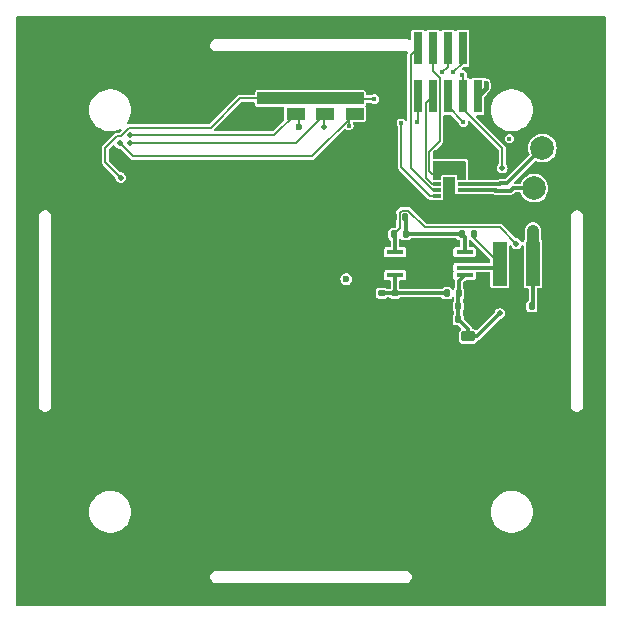
<source format=gbl>
G04 #@! TF.GenerationSoftware,KiCad,Pcbnew,7.0.2*
G04 #@! TF.CreationDate,2023-06-06T15:17:54-04:00*
G04 #@! TF.ProjectId,TopExternalFaceRev1,546f7045-7874-4657-926e-616c46616365,rev?*
G04 #@! TF.SameCoordinates,Original*
G04 #@! TF.FileFunction,Copper,L4,Bot*
G04 #@! TF.FilePolarity,Positive*
%FSLAX46Y46*%
G04 Gerber Fmt 4.6, Leading zero omitted, Abs format (unit mm)*
G04 Created by KiCad (PCBNEW 7.0.2) date 2023-06-06 15:17:54*
%MOMM*%
%LPD*%
G01*
G04 APERTURE LIST*
G04 Aperture macros list*
%AMRoundRect*
0 Rectangle with rounded corners*
0 $1 Rounding radius*
0 $2 $3 $4 $5 $6 $7 $8 $9 X,Y pos of 4 corners*
0 Add a 4 corners polygon primitive as box body*
4,1,4,$2,$3,$4,$5,$6,$7,$8,$9,$2,$3,0*
0 Add four circle primitives for the rounded corners*
1,1,$1+$1,$2,$3*
1,1,$1+$1,$4,$5*
1,1,$1+$1,$6,$7*
1,1,$1+$1,$8,$9*
0 Add four rect primitives between the rounded corners*
20,1,$1+$1,$2,$3,$4,$5,0*
20,1,$1+$1,$4,$5,$6,$7,0*
20,1,$1+$1,$6,$7,$8,$9,0*
20,1,$1+$1,$8,$9,$2,$3,0*%
G04 Aperture macros list end*
G04 #@! TA.AperFunction,SMDPad,CuDef*
%ADD10RoundRect,0.140000X-0.170000X0.140000X-0.170000X-0.140000X0.170000X-0.140000X0.170000X0.140000X0*%
G04 #@! TD*
G04 #@! TA.AperFunction,SMDPad,CuDef*
%ADD11R,1.500000X1.000000*%
G04 #@! TD*
G04 #@! TA.AperFunction,SMDPad,CuDef*
%ADD12C,2.000000*%
G04 #@! TD*
G04 #@! TA.AperFunction,SMDPad,CuDef*
%ADD13RoundRect,0.135000X-0.135000X-0.185000X0.135000X-0.185000X0.135000X0.185000X-0.135000X0.185000X0*%
G04 #@! TD*
G04 #@! TA.AperFunction,SMDPad,CuDef*
%ADD14R,0.740000X2.790000*%
G04 #@! TD*
G04 #@! TA.AperFunction,SMDPad,CuDef*
%ADD15RoundRect,0.140000X0.140000X0.170000X-0.140000X0.170000X-0.140000X-0.170000X0.140000X-0.170000X0*%
G04 #@! TD*
G04 #@! TA.AperFunction,SMDPad,CuDef*
%ADD16R,1.200000X3.700000*%
G04 #@! TD*
G04 #@! TA.AperFunction,SMDPad,CuDef*
%ADD17RoundRect,0.140000X0.170000X-0.140000X0.170000X0.140000X-0.170000X0.140000X-0.170000X-0.140000X0*%
G04 #@! TD*
G04 #@! TA.AperFunction,SMDPad,CuDef*
%ADD18RoundRect,0.135000X0.135000X0.185000X-0.135000X0.185000X-0.135000X-0.185000X0.135000X-0.185000X0*%
G04 #@! TD*
G04 #@! TA.AperFunction,SMDPad,CuDef*
%ADD19RoundRect,0.140000X-0.140000X-0.170000X0.140000X-0.170000X0.140000X0.170000X-0.140000X0.170000X0*%
G04 #@! TD*
G04 #@! TA.AperFunction,SMDPad,CuDef*
%ADD20R,0.700000X0.300000*%
G04 #@! TD*
G04 #@! TA.AperFunction,SMDPad,CuDef*
%ADD21R,1.000000X1.700000*%
G04 #@! TD*
G04 #@! TA.AperFunction,SMDPad,CuDef*
%ADD22RoundRect,0.135000X-0.185000X0.135000X-0.185000X-0.135000X0.185000X-0.135000X0.185000X0.135000X0*%
G04 #@! TD*
G04 #@! TA.AperFunction,SMDPad,CuDef*
%ADD23R,1.475000X0.450000*%
G04 #@! TD*
G04 #@! TA.AperFunction,SMDPad,CuDef*
%ADD24RoundRect,0.225000X-0.375000X0.225000X-0.375000X-0.225000X0.375000X-0.225000X0.375000X0.225000X0*%
G04 #@! TD*
G04 #@! TA.AperFunction,ViaPad*
%ADD25C,0.600000*%
G04 #@! TD*
G04 #@! TA.AperFunction,ViaPad*
%ADD26C,0.400000*%
G04 #@! TD*
G04 #@! TA.AperFunction,ViaPad*
%ADD27C,0.500000*%
G04 #@! TD*
G04 #@! TA.AperFunction,Conductor*
%ADD28C,0.200000*%
G04 #@! TD*
G04 #@! TA.AperFunction,Conductor*
%ADD29C,0.300000*%
G04 #@! TD*
G04 #@! TA.AperFunction,Conductor*
%ADD30C,1.000000*%
G04 #@! TD*
G04 #@! TA.AperFunction,Conductor*
%ADD31C,0.400000*%
G04 #@! TD*
G04 APERTURE END LIST*
D10*
X132100000Y-123500000D03*
X132100000Y-124460000D03*
D11*
X121200000Y-107000000D03*
X121200000Y-108300000D03*
D12*
X143900000Y-114600000D03*
X144600000Y-111200000D03*
D13*
X137800000Y-118500000D03*
X138820000Y-118500000D03*
D14*
X134030000Y-102765000D03*
X134030000Y-106835000D03*
X135300000Y-102765000D03*
X135300000Y-106835000D03*
X136570000Y-102765000D03*
X136570000Y-106835000D03*
X137840000Y-102765000D03*
X137840000Y-106835000D03*
X139110000Y-102765000D03*
X139110000Y-106835000D03*
D10*
X137700000Y-111640000D03*
X137700000Y-112600000D03*
D15*
X137480000Y-125700000D03*
X136520000Y-125700000D03*
D11*
X126200000Y-107000000D03*
X126200000Y-108300000D03*
D16*
X141000000Y-121000000D03*
X143800000Y-121000000D03*
D17*
X135700000Y-112600000D03*
X135700000Y-111640000D03*
D18*
X137520000Y-123500000D03*
X136500000Y-123500000D03*
D11*
X128700000Y-107000000D03*
X128700000Y-108300000D03*
D15*
X143680000Y-124600000D03*
X142720000Y-124600000D03*
X137480000Y-124600000D03*
X136520000Y-124600000D03*
D19*
X132020000Y-117000000D03*
X132980000Y-117000000D03*
D17*
X136700000Y-112600000D03*
X136700000Y-111640000D03*
D20*
X137750000Y-113762500D03*
X137750000Y-114262500D03*
X137750000Y-114762500D03*
X137750000Y-115262500D03*
X135650000Y-115262500D03*
X135650000Y-114762500D03*
X135650000Y-114262500D03*
X135650000Y-113762500D03*
D21*
X136700000Y-114512500D03*
D18*
X133010000Y-118500000D03*
X131990000Y-118500000D03*
D22*
X131000000Y-123490000D03*
X131000000Y-124510000D03*
D11*
X123700000Y-107000000D03*
X123700000Y-108300000D03*
D23*
X138000000Y-120025000D03*
X138000000Y-120675000D03*
X138000000Y-121325000D03*
X138000000Y-121975000D03*
X132124000Y-121975000D03*
X132124000Y-121325000D03*
X132124000Y-120675000D03*
X132124000Y-120025000D03*
D24*
X138300000Y-127150000D03*
X138300000Y-130450000D03*
D25*
X131200000Y-107700000D03*
X144500000Y-127600000D03*
X118700000Y-109100000D03*
X109600000Y-115400000D03*
X122500000Y-122300000D03*
X122500000Y-127900000D03*
X114200000Y-103000000D03*
X147000000Y-147000000D03*
X128100000Y-127900000D03*
X147000000Y-103000000D03*
X148900000Y-108900000D03*
X103000000Y-147000000D03*
X113500000Y-147000000D03*
X103000000Y-103000000D03*
X146000000Y-122200000D03*
X144300000Y-109200000D03*
X143800000Y-118200000D03*
D26*
X139800000Y-105700000D03*
D27*
X141000000Y-125200000D03*
D25*
X124000000Y-109400000D03*
D26*
X141800000Y-110400000D03*
X137000000Y-104800000D03*
D27*
X109700000Y-110100000D03*
D26*
X140700000Y-114800000D03*
D25*
X128000000Y-122300000D03*
D26*
X141100000Y-114200000D03*
X132650000Y-109100000D03*
X134000000Y-109000000D03*
X137800000Y-105000000D03*
X128200000Y-109300000D03*
D27*
X108800000Y-110800000D03*
X141200000Y-112900000D03*
X108900000Y-113700000D03*
D26*
X130350000Y-107050000D03*
D27*
X126100000Y-109400000D03*
D26*
X136100000Y-104800000D03*
D27*
X109700000Y-110800000D03*
D26*
X137900000Y-109000000D03*
D27*
X142400000Y-119300000D03*
D28*
X135000000Y-111500000D02*
X135000000Y-113112500D01*
X135000000Y-113112500D02*
X135650000Y-113762500D01*
X135900000Y-110600000D02*
X135000000Y-111500000D01*
X135300000Y-104690000D02*
X135900000Y-105290000D01*
X135900000Y-105290000D02*
X135900000Y-110600000D01*
X135300000Y-102765000D02*
X135300000Y-104690000D01*
D29*
X143800000Y-124480000D02*
X143800000Y-121000000D01*
D30*
X143800000Y-118200000D02*
X143800000Y-121000000D01*
D29*
X143680000Y-124600000D02*
X143800000Y-124480000D01*
D31*
X139800000Y-106145000D02*
X139110000Y-106835000D01*
D29*
X137520000Y-123500000D02*
X137520000Y-122455000D01*
X139050000Y-127150000D02*
X141000000Y-125200000D01*
X138300000Y-127150000D02*
X138300000Y-126520000D01*
X138300000Y-127150000D02*
X139050000Y-127150000D01*
X137520000Y-122455000D02*
X138000000Y-121975000D01*
D31*
X139800000Y-105700000D02*
X139800000Y-106145000D01*
D29*
X137480000Y-125700000D02*
X137480000Y-124600000D01*
X137480000Y-123540000D02*
X137520000Y-123500000D01*
X137480000Y-124600000D02*
X137480000Y-123540000D01*
X138300000Y-126520000D02*
X137480000Y-125700000D01*
D28*
X121900000Y-110100000D02*
X123700000Y-108300000D01*
X109700000Y-110100000D02*
X121900000Y-110100000D01*
X124000000Y-108600000D02*
X123700000Y-108300000D01*
X124000000Y-109400000D02*
X124000000Y-108600000D01*
X137840000Y-102765000D02*
X137840000Y-103960000D01*
X137840000Y-103960000D02*
X137000000Y-104800000D01*
D29*
X133010000Y-118500000D02*
X133010000Y-117030000D01*
X138000000Y-118700000D02*
X137800000Y-118500000D01*
X138000000Y-120025000D02*
X138000000Y-118700000D01*
X133010000Y-117030000D02*
X132980000Y-117000000D01*
X133010000Y-118500000D02*
X137800000Y-118500000D01*
X131000000Y-123490000D02*
X132090000Y-123490000D01*
X132090000Y-123490000D02*
X132100000Y-123500000D01*
X132124000Y-121975000D02*
X132124000Y-123476000D01*
X132100000Y-123500000D02*
X136500000Y-123500000D01*
X132124000Y-123476000D02*
X132100000Y-123500000D01*
X142100000Y-114600000D02*
X141900000Y-114800000D01*
X141900000Y-114800000D02*
X140700000Y-114800000D01*
X137750000Y-114262500D02*
X141037500Y-114262500D01*
X143900000Y-114600000D02*
X142100000Y-114600000D01*
X137750000Y-114762500D02*
X140662500Y-114762500D01*
X140662500Y-114762500D02*
X140700000Y-114800000D01*
X141600000Y-114200000D02*
X141100000Y-114200000D01*
X141037500Y-114262500D02*
X141100000Y-114200000D01*
X144600000Y-111200000D02*
X141600000Y-114200000D01*
D28*
X132650000Y-109100000D02*
X132650000Y-112812500D01*
X134030000Y-106835000D02*
X134030000Y-108970000D01*
X134030000Y-108970000D02*
X134000000Y-109000000D01*
X135100000Y-115262500D02*
X135650000Y-115262500D01*
X132650000Y-112812500D02*
X135100000Y-115262500D01*
X133470000Y-112872622D02*
X133470000Y-103325000D01*
X133470000Y-103325000D02*
X134030000Y-102765000D01*
X135650000Y-114762500D02*
X135359878Y-114762500D01*
X135359878Y-114762500D02*
X133470000Y-112872622D01*
X135650000Y-114262500D02*
X135270000Y-114262500D01*
X134710499Y-113702999D02*
X134710499Y-107424501D01*
X135270000Y-114262500D02*
X134710499Y-113702999D01*
X134710499Y-107424501D02*
X135300000Y-106835000D01*
X137840000Y-106835000D02*
X137840000Y-107860000D01*
X109900000Y-111900000D02*
X125100000Y-111900000D01*
X125100000Y-111900000D02*
X128700000Y-108300000D01*
X137937500Y-106200000D02*
X137700000Y-106437500D01*
X137840000Y-105040000D02*
X137800000Y-105000000D01*
X137840000Y-107860000D02*
X141200000Y-111220000D01*
X108800000Y-110800000D02*
X109900000Y-111900000D01*
X141200000Y-111220000D02*
X141200000Y-112900000D01*
X128200000Y-109300000D02*
X128200000Y-108800000D01*
X128200000Y-108800000D02*
X128700000Y-108300000D01*
X137840000Y-106835000D02*
X137840000Y-105040000D01*
X108600000Y-110200000D02*
X108900000Y-110200000D01*
D30*
X123700000Y-107000000D02*
X126200000Y-107000000D01*
D28*
X107600000Y-111200000D02*
X108600000Y-110200000D01*
X116500000Y-109500000D02*
X119000000Y-107000000D01*
X108900000Y-113700000D02*
X107600000Y-112400000D01*
X107600000Y-112400000D02*
X107600000Y-111200000D01*
X128750000Y-107050000D02*
X128700000Y-107000000D01*
X130350000Y-107050000D02*
X128750000Y-107050000D01*
X119000000Y-107000000D02*
X121200000Y-107000000D01*
X109600000Y-109500000D02*
X116500000Y-109500000D01*
X108900000Y-110200000D02*
X109600000Y-109500000D01*
D30*
X121200000Y-107000000D02*
X123700000Y-107000000D01*
X126200000Y-107000000D02*
X128700000Y-107000000D01*
D28*
X109700000Y-110800000D02*
X123700000Y-110800000D01*
X126100000Y-109400000D02*
X126100000Y-108400000D01*
X123700000Y-110800000D02*
X126200000Y-108300000D01*
X136570000Y-104330000D02*
X136100000Y-104800000D01*
X126100000Y-108400000D02*
X126200000Y-108300000D01*
X136570000Y-102765000D02*
X136570000Y-104330000D01*
D29*
X138000000Y-121325000D02*
X140675000Y-121325000D01*
D28*
X138820000Y-118820000D02*
X141000000Y-121000000D01*
X138820000Y-118500000D02*
X138820000Y-118820000D01*
D29*
X140675000Y-121325000D02*
X141000000Y-121000000D01*
X132124000Y-118634000D02*
X131990000Y-118500000D01*
D28*
X134656690Y-117900000D02*
X133256690Y-116500000D01*
X142400000Y-119300000D02*
X141000000Y-117900000D01*
X132500000Y-116703310D02*
X132500000Y-117990000D01*
X136570000Y-107670000D02*
X137900000Y-109000000D01*
X136570000Y-106835000D02*
X136570000Y-107670000D01*
D29*
X132124000Y-120025000D02*
X132124000Y-118634000D01*
D28*
X132500000Y-117990000D02*
X131990000Y-118500000D01*
X133256690Y-116500000D02*
X132703310Y-116500000D01*
X132703310Y-116500000D02*
X132500000Y-116703310D01*
X141000000Y-117900000D02*
X134656690Y-117900000D01*
G04 #@! TA.AperFunction,Conductor*
G36*
X120208691Y-107319407D02*
G01*
X120244655Y-107368907D01*
X120249500Y-107399500D01*
X120249500Y-107519746D01*
X120261133Y-107578231D01*
X120305447Y-107644552D01*
X120349761Y-107674162D01*
X120371769Y-107688867D01*
X120430252Y-107700500D01*
X121157628Y-107700500D01*
X122650500Y-107700500D01*
X122708691Y-107719407D01*
X122744655Y-107768907D01*
X122749500Y-107799500D01*
X122749500Y-108784520D01*
X122730593Y-108842711D01*
X122720504Y-108854524D01*
X121804525Y-109770504D01*
X121750008Y-109798281D01*
X121734521Y-109799500D01*
X116864478Y-109799500D01*
X116806287Y-109780593D01*
X116770323Y-109731093D01*
X116770323Y-109669907D01*
X116794474Y-109630496D01*
X117926064Y-108498907D01*
X119095474Y-107329496D01*
X119149992Y-107301719D01*
X119165479Y-107300500D01*
X120150500Y-107300500D01*
X120208691Y-107319407D01*
G37*
G04 #@! TD.AperFunction*
G04 #@! TA.AperFunction,Conductor*
G36*
X149933691Y-100044407D02*
G01*
X149969655Y-100093907D01*
X149974500Y-100124500D01*
X149974500Y-149875500D01*
X149955593Y-149933691D01*
X149906093Y-149969655D01*
X149875500Y-149974500D01*
X100124500Y-149974500D01*
X100066309Y-149955593D01*
X100030345Y-149906093D01*
X100025500Y-149875500D01*
X100025500Y-147569182D01*
X116474499Y-147569182D01*
X116488869Y-147622810D01*
X116510312Y-147702836D01*
X116579495Y-147822665D01*
X116677335Y-147920505D01*
X116797164Y-147989688D01*
X116930817Y-148025500D01*
X116930818Y-148025500D01*
X133069182Y-148025500D01*
X133069183Y-148025500D01*
X133202836Y-147989688D01*
X133322665Y-147920505D01*
X133420505Y-147822665D01*
X133489688Y-147702836D01*
X133525500Y-147569183D01*
X133525500Y-147430817D01*
X133489688Y-147297164D01*
X133420505Y-147177335D01*
X133322665Y-147079495D01*
X133202836Y-147010312D01*
X133069183Y-146974500D01*
X133005072Y-146974500D01*
X125005072Y-146974500D01*
X117008285Y-146974500D01*
X117000000Y-146974500D01*
X116930817Y-146974500D01*
X116797163Y-147010311D01*
X116797164Y-147010312D01*
X116677336Y-147079494D01*
X116579494Y-147177336D01*
X116510312Y-147297164D01*
X116474499Y-147430817D01*
X116474499Y-147569182D01*
X100025500Y-147569182D01*
X100025500Y-142000000D01*
X106219520Y-142000000D01*
X106239406Y-142265364D01*
X106298622Y-142524803D01*
X106298623Y-142524805D01*
X106395844Y-142772521D01*
X106510692Y-142971445D01*
X106528900Y-143002981D01*
X106694817Y-143211034D01*
X106842721Y-143348268D01*
X106889890Y-143392035D01*
X107109761Y-143541940D01*
X107349518Y-143657401D01*
X107603806Y-143735839D01*
X107603807Y-143735839D01*
X107603810Y-143735840D01*
X107866943Y-143775500D01*
X107866945Y-143775500D01*
X108133057Y-143775500D01*
X108396189Y-143735840D01*
X108396190Y-143735839D01*
X108396194Y-143735839D01*
X108650482Y-143657401D01*
X108890240Y-143541940D01*
X109110110Y-143392035D01*
X109305183Y-143211033D01*
X109471101Y-143002980D01*
X109604156Y-142772521D01*
X109701377Y-142524805D01*
X109760593Y-142265367D01*
X109780479Y-142000000D01*
X109780479Y-141999999D01*
X140219520Y-141999999D01*
X140239406Y-142265364D01*
X140298622Y-142524803D01*
X140298623Y-142524805D01*
X140395844Y-142772521D01*
X140510692Y-142971445D01*
X140528900Y-143002981D01*
X140694817Y-143211034D01*
X140842721Y-143348268D01*
X140889890Y-143392035D01*
X141109761Y-143541940D01*
X141349518Y-143657401D01*
X141603806Y-143735839D01*
X141603807Y-143735839D01*
X141603810Y-143735840D01*
X141866943Y-143775500D01*
X141866945Y-143775500D01*
X142133057Y-143775500D01*
X142396189Y-143735840D01*
X142396190Y-143735839D01*
X142396194Y-143735839D01*
X142650482Y-143657401D01*
X142890240Y-143541940D01*
X143110110Y-143392035D01*
X143305183Y-143211033D01*
X143471101Y-143002980D01*
X143604156Y-142772521D01*
X143701377Y-142524805D01*
X143760593Y-142265367D01*
X143780479Y-142000000D01*
X143760593Y-141734633D01*
X143701377Y-141475195D01*
X143604156Y-141227479D01*
X143471101Y-140997020D01*
X143335547Y-140827042D01*
X143305182Y-140788965D01*
X143110113Y-140607968D01*
X143110110Y-140607965D01*
X142890240Y-140458060D01*
X142650482Y-140342599D01*
X142534620Y-140306860D01*
X142396189Y-140264159D01*
X142133057Y-140224500D01*
X142133055Y-140224500D01*
X141866945Y-140224500D01*
X141866943Y-140224500D01*
X141603810Y-140264159D01*
X141349515Y-140342600D01*
X141109764Y-140458058D01*
X140889886Y-140607968D01*
X140694817Y-140788965D01*
X140528900Y-140997018D01*
X140395844Y-141227478D01*
X140298622Y-141475196D01*
X140239406Y-141734635D01*
X140219520Y-141999999D01*
X109780479Y-141999999D01*
X109760593Y-141734633D01*
X109701377Y-141475195D01*
X109604156Y-141227479D01*
X109471101Y-140997020D01*
X109335547Y-140827042D01*
X109305182Y-140788965D01*
X109110113Y-140607968D01*
X109110110Y-140607965D01*
X108890240Y-140458060D01*
X108650482Y-140342599D01*
X108534620Y-140306860D01*
X108396189Y-140264159D01*
X108133057Y-140224500D01*
X108133055Y-140224500D01*
X107866945Y-140224500D01*
X107866943Y-140224500D01*
X107603810Y-140264159D01*
X107349515Y-140342600D01*
X107109764Y-140458058D01*
X106889886Y-140607968D01*
X106694817Y-140788965D01*
X106528900Y-140997018D01*
X106395844Y-141227478D01*
X106298622Y-141475196D01*
X106239406Y-141734635D01*
X106219520Y-142000000D01*
X100025500Y-142000000D01*
X100025500Y-117035922D01*
X101974498Y-117035922D01*
X101974499Y-117035935D01*
X101974499Y-125014616D01*
X101974500Y-125014621D01*
X101974500Y-132991714D01*
X101974500Y-132991715D01*
X101974500Y-133000000D01*
X101974500Y-133069183D01*
X102010312Y-133202836D01*
X102079495Y-133322665D01*
X102177335Y-133420505D01*
X102297164Y-133489688D01*
X102430817Y-133525500D01*
X102430818Y-133525500D01*
X102569182Y-133525500D01*
X102569183Y-133525500D01*
X102702836Y-133489688D01*
X102822665Y-133420505D01*
X102920505Y-133322665D01*
X102989688Y-133202836D01*
X103025500Y-133069183D01*
X146974500Y-133069183D01*
X147010312Y-133202836D01*
X147079495Y-133322665D01*
X147177335Y-133420505D01*
X147297164Y-133489688D01*
X147430817Y-133525500D01*
X147430818Y-133525500D01*
X147569182Y-133525500D01*
X147569183Y-133525500D01*
X147702836Y-133489688D01*
X147822665Y-133420505D01*
X147920505Y-133322665D01*
X147989688Y-133202836D01*
X148025500Y-133069183D01*
X148025500Y-133000000D01*
X148025500Y-132991715D01*
X148025500Y-124994928D01*
X148025500Y-124994927D01*
X148025500Y-116994928D01*
X148025500Y-116930817D01*
X147989688Y-116797164D01*
X147920505Y-116677335D01*
X147822665Y-116579495D01*
X147702836Y-116510312D01*
X147569183Y-116474500D01*
X147430817Y-116474500D01*
X147351578Y-116495732D01*
X147297164Y-116510312D01*
X147177336Y-116579494D01*
X147079494Y-116677336D01*
X147030181Y-116762750D01*
X147010312Y-116797164D01*
X146974500Y-116930817D01*
X146974500Y-116994928D01*
X146974500Y-124994927D01*
X146974500Y-124994928D01*
X146974500Y-132991714D01*
X146974500Y-132991715D01*
X146974500Y-133000000D01*
X146974500Y-133069183D01*
X103025500Y-133069183D01*
X103025500Y-133000000D01*
X103025500Y-132991715D01*
X103025500Y-124994928D01*
X103025500Y-123664316D01*
X130479500Y-123664316D01*
X130479923Y-123667529D01*
X130485932Y-123713174D01*
X130535933Y-123820401D01*
X130535934Y-123820402D01*
X130535935Y-123820404D01*
X130619596Y-123904065D01*
X130726827Y-123954068D01*
X130775684Y-123960500D01*
X130778925Y-123960500D01*
X131221075Y-123960500D01*
X131224316Y-123960500D01*
X131273173Y-123954068D01*
X131380404Y-123904065D01*
X131404973Y-123879496D01*
X131414974Y-123869496D01*
X131469491Y-123841719D01*
X131484977Y-123840500D01*
X131607952Y-123840500D01*
X131666143Y-123859407D01*
X131677955Y-123869496D01*
X131705431Y-123896971D01*
X131731684Y-123923224D01*
X131840513Y-123973972D01*
X131890099Y-123980500D01*
X132309900Y-123980499D01*
X132359487Y-123973972D01*
X132468316Y-123923224D01*
X132495315Y-123896225D01*
X132512045Y-123879496D01*
X132566562Y-123851719D01*
X132582048Y-123850500D01*
X136015023Y-123850500D01*
X136073214Y-123869407D01*
X136085026Y-123879496D01*
X136128754Y-123923223D01*
X136169596Y-123964065D01*
X136276827Y-124014068D01*
X136325684Y-124020500D01*
X136328925Y-124020500D01*
X136671075Y-124020500D01*
X136674316Y-124020500D01*
X136723173Y-124014068D01*
X136830404Y-123964065D01*
X136914065Y-123880404D01*
X136920276Y-123867083D01*
X136962003Y-123822337D01*
X137022064Y-123810662D01*
X137077517Y-123836520D01*
X137099722Y-123867081D01*
X137105935Y-123880404D01*
X137105936Y-123880405D01*
X137113313Y-123896225D01*
X137111712Y-123896971D01*
X137128281Y-123929489D01*
X137129500Y-123944976D01*
X137129500Y-124117952D01*
X137110593Y-124176143D01*
X137100504Y-124187955D01*
X137056775Y-124231684D01*
X137006028Y-124340511D01*
X137006027Y-124340513D01*
X137006028Y-124340513D01*
X136999500Y-124390099D01*
X136999500Y-124393338D01*
X136999500Y-124393339D01*
X136999500Y-124806657D01*
X136999500Y-124806672D01*
X136999501Y-124809900D01*
X136999923Y-124813108D01*
X136999924Y-124813119D01*
X137006027Y-124859486D01*
X137056775Y-124968315D01*
X137056776Y-124968316D01*
X137083388Y-124994928D01*
X137100503Y-125012042D01*
X137128281Y-125066558D01*
X137129500Y-125082046D01*
X137129500Y-125217952D01*
X137110593Y-125276143D01*
X137100504Y-125287955D01*
X137056775Y-125331684D01*
X137006028Y-125440511D01*
X137006027Y-125440513D01*
X137006028Y-125440513D01*
X136999500Y-125490099D01*
X136999500Y-125493338D01*
X136999500Y-125493339D01*
X136999500Y-125906657D01*
X136999500Y-125906672D01*
X136999501Y-125909900D01*
X136999923Y-125913108D01*
X136999924Y-125913119D01*
X137006027Y-125959486D01*
X137056775Y-126068314D01*
X137056776Y-126068316D01*
X137141684Y-126153224D01*
X137250513Y-126203972D01*
X137300099Y-126210500D01*
X137453808Y-126210499D01*
X137511999Y-126229406D01*
X137523813Y-126239495D01*
X137700639Y-126416321D01*
X137728416Y-126470838D01*
X137718845Y-126531270D01*
X137675585Y-126574532D01*
X137671784Y-126576468D01*
X137576471Y-126671781D01*
X137515280Y-126791875D01*
X137499500Y-126891511D01*
X137499500Y-127408488D01*
X137515280Y-127508124D01*
X137515280Y-127508125D01*
X137515281Y-127508126D01*
X137576472Y-127628220D01*
X137671780Y-127723528D01*
X137791874Y-127784719D01*
X137891512Y-127800500D01*
X138708488Y-127800500D01*
X138808126Y-127784719D01*
X138928220Y-127723528D01*
X139023528Y-127628220D01*
X139065903Y-127545053D01*
X139109167Y-127501790D01*
X139141866Y-127491760D01*
X139151393Y-127490573D01*
X139151393Y-127490572D01*
X139156822Y-127489896D01*
X139160572Y-127488694D01*
X139165379Y-127486092D01*
X139165381Y-127486092D01*
X139208655Y-127462671D01*
X139212259Y-127460816D01*
X139256484Y-127439198D01*
X139256485Y-127439196D01*
X139261398Y-127436795D01*
X139264550Y-127434444D01*
X139268254Y-127430420D01*
X139268258Y-127430418D01*
X139301602Y-127394195D01*
X139304364Y-127391316D01*
X141019174Y-125676507D01*
X141061286Y-125651523D01*
X141064770Y-125650500D01*
X141064772Y-125650500D01*
X141189069Y-125614004D01*
X141298049Y-125543967D01*
X141382882Y-125446063D01*
X141382881Y-125446063D01*
X141382883Y-125446062D01*
X141436697Y-125328227D01*
X141455133Y-125200000D01*
X141436697Y-125071772D01*
X141382883Y-124953937D01*
X141298050Y-124856034D01*
X141298049Y-124856033D01*
X141226266Y-124809901D01*
X141189068Y-124785995D01*
X141064772Y-124749500D01*
X140935228Y-124749500D01*
X140810931Y-124785995D01*
X140701949Y-124856034D01*
X140617116Y-124953937D01*
X140563302Y-125071772D01*
X140556365Y-125120024D01*
X140529369Y-125174932D01*
X140528377Y-125175939D01*
X139098036Y-126606281D01*
X139043519Y-126634058D01*
X138983087Y-126624487D01*
X138958031Y-126606283D01*
X138928220Y-126576472D01*
X138808126Y-126515281D01*
X138808125Y-126515280D01*
X138808124Y-126515280D01*
X138723033Y-126501803D01*
X138668517Y-126474025D01*
X138647842Y-126433447D01*
X138647831Y-126433453D01*
X138647495Y-126432765D01*
X138640740Y-126419508D01*
X138640281Y-126416268D01*
X138639896Y-126413182D01*
X138638693Y-126409426D01*
X138612686Y-126361370D01*
X138610813Y-126357731D01*
X138598978Y-126333523D01*
X138589198Y-126313516D01*
X138589196Y-126313514D01*
X138586801Y-126308614D01*
X138584436Y-126305441D01*
X138580418Y-126301742D01*
X138544221Y-126268420D01*
X138541294Y-126265612D01*
X137989495Y-125713813D01*
X137961718Y-125659296D01*
X137960499Y-125643809D01*
X137960499Y-125493342D01*
X137960499Y-125493339D01*
X137960499Y-125490100D01*
X137953972Y-125440513D01*
X137903224Y-125331684D01*
X137899766Y-125328226D01*
X137859496Y-125287955D01*
X137831719Y-125233438D01*
X137830500Y-125217952D01*
X137830500Y-125082046D01*
X137849407Y-125023855D01*
X137859497Y-125012042D01*
X137903224Y-124968316D01*
X137953972Y-124859487D01*
X137960500Y-124809901D01*
X137960499Y-124390100D01*
X137953972Y-124340513D01*
X137903224Y-124231684D01*
X137903223Y-124231683D01*
X137859496Y-124187955D01*
X137831719Y-124133438D01*
X137830500Y-124117952D01*
X137830500Y-124024976D01*
X137849407Y-123966785D01*
X137859490Y-123954978D01*
X137934065Y-123880404D01*
X137984068Y-123773173D01*
X137990500Y-123724316D01*
X137990500Y-123275684D01*
X137984068Y-123226827D01*
X137934065Y-123119596D01*
X137924973Y-123110504D01*
X137899496Y-123085026D01*
X137871719Y-123030509D01*
X137870500Y-123015023D01*
X137870500Y-122641188D01*
X137889407Y-122582997D01*
X137899497Y-122571184D01*
X138041186Y-122429496D01*
X138095702Y-122401719D01*
X138111189Y-122400500D01*
X138757247Y-122400500D01*
X138757248Y-122400500D01*
X138815731Y-122388867D01*
X138882052Y-122344552D01*
X138926367Y-122278231D01*
X138938000Y-122219748D01*
X138938000Y-121774499D01*
X138956907Y-121716309D01*
X139006407Y-121680345D01*
X139037000Y-121675500D01*
X140100500Y-121675500D01*
X140158691Y-121694407D01*
X140194655Y-121743907D01*
X140199500Y-121774500D01*
X140199500Y-122869746D01*
X140211133Y-122928231D01*
X140255447Y-122994552D01*
X140292785Y-123019500D01*
X140321769Y-123038867D01*
X140380252Y-123050500D01*
X140380253Y-123050500D01*
X141619747Y-123050500D01*
X141619748Y-123050500D01*
X141678231Y-123038867D01*
X141744552Y-122994552D01*
X141788867Y-122928231D01*
X141800500Y-122869748D01*
X141800500Y-119526832D01*
X141819407Y-119468642D01*
X141868907Y-119432678D01*
X141930093Y-119432678D01*
X141979593Y-119468642D01*
X141989553Y-119485707D01*
X142017116Y-119546062D01*
X142089568Y-119629676D01*
X142101951Y-119643967D01*
X142210931Y-119714004D01*
X142335228Y-119750500D01*
X142464772Y-119750500D01*
X142589069Y-119714004D01*
X142698049Y-119643967D01*
X142782882Y-119546063D01*
X142782881Y-119546063D01*
X142782883Y-119546062D01*
X142810447Y-119485707D01*
X142851819Y-119440629D01*
X142911785Y-119428478D01*
X142967441Y-119453896D01*
X142997528Y-119507173D01*
X142999500Y-119526833D01*
X142999500Y-122869746D01*
X143011133Y-122928231D01*
X143055447Y-122994552D01*
X143092785Y-123019500D01*
X143121769Y-123038867D01*
X143180252Y-123050500D01*
X143350500Y-123050500D01*
X143408691Y-123069407D01*
X143444655Y-123118907D01*
X143449500Y-123149500D01*
X143449500Y-124033430D01*
X143430593Y-124091621D01*
X143392340Y-124123154D01*
X143341686Y-124146774D01*
X143256774Y-124231686D01*
X143206028Y-124340511D01*
X143206027Y-124340513D01*
X143206028Y-124340513D01*
X143199500Y-124390099D01*
X143199500Y-124393338D01*
X143199500Y-124393339D01*
X143199500Y-124806657D01*
X143199500Y-124806672D01*
X143199501Y-124809900D01*
X143199923Y-124813108D01*
X143199924Y-124813119D01*
X143206027Y-124859486D01*
X143206028Y-124859488D01*
X143256776Y-124968316D01*
X143341684Y-125053224D01*
X143450513Y-125103972D01*
X143500099Y-125110500D01*
X143859900Y-125110499D01*
X143909487Y-125103972D01*
X144018316Y-125053224D01*
X144103224Y-124968316D01*
X144153972Y-124859487D01*
X144160500Y-124809901D01*
X144160499Y-124390100D01*
X144153972Y-124340513D01*
X144151984Y-124325405D01*
X144153617Y-124325190D01*
X144150500Y-124311119D01*
X144150500Y-123149500D01*
X144169407Y-123091309D01*
X144218907Y-123055345D01*
X144249500Y-123050500D01*
X144419747Y-123050500D01*
X144419748Y-123050500D01*
X144478231Y-123038867D01*
X144544552Y-122994552D01*
X144588867Y-122928231D01*
X144600500Y-122869748D01*
X144600500Y-119130252D01*
X144588867Y-119071769D01*
X144544552Y-119005448D01*
X144544495Y-119005410D01*
X144506618Y-118957359D01*
X144500500Y-118923097D01*
X144500500Y-118160615D01*
X144500500Y-118157628D01*
X144485140Y-118031128D01*
X144424818Y-117872070D01*
X144328183Y-117732071D01*
X144317013Y-117722175D01*
X144200854Y-117619266D01*
X144050223Y-117540209D01*
X143885057Y-117499500D01*
X143885056Y-117499500D01*
X143714944Y-117499500D01*
X143714943Y-117499500D01*
X143549776Y-117540209D01*
X143399145Y-117619266D01*
X143271818Y-117732069D01*
X143175182Y-117872070D01*
X143114859Y-118031129D01*
X143102111Y-118136122D01*
X143099500Y-118157628D01*
X143099500Y-118160615D01*
X143099500Y-118923097D01*
X143080593Y-118981288D01*
X143055505Y-119005409D01*
X143055448Y-119005448D01*
X143011131Y-119071770D01*
X143004155Y-119106843D01*
X142974258Y-119160226D01*
X142918693Y-119185841D01*
X142858683Y-119173903D01*
X142817151Y-119128973D01*
X142817005Y-119128653D01*
X142782883Y-119053937D01*
X142698050Y-118956034D01*
X142698049Y-118956033D01*
X142643559Y-118921014D01*
X142589068Y-118885995D01*
X142464772Y-118849500D01*
X142415479Y-118849500D01*
X142357288Y-118830593D01*
X142345475Y-118820504D01*
X141258566Y-117733595D01*
X141249145Y-117720501D01*
X141209273Y-117684152D01*
X141205967Y-117680995D01*
X141192796Y-117667825D01*
X141192697Y-117667757D01*
X141181954Y-117659247D01*
X141160934Y-117640085D01*
X141160933Y-117640084D01*
X141151762Y-117636531D01*
X141131587Y-117625896D01*
X141123481Y-117620344D01*
X141095797Y-117613832D01*
X141082704Y-117609777D01*
X141056175Y-117599500D01*
X141056173Y-117599500D01*
X141046348Y-117599500D01*
X141023682Y-117596870D01*
X141014119Y-117594621D01*
X141014118Y-117594621D01*
X140985947Y-117598551D01*
X140972269Y-117599500D01*
X134822169Y-117599500D01*
X134763978Y-117580593D01*
X134752165Y-117570504D01*
X133515256Y-116333595D01*
X133505835Y-116320501D01*
X133465963Y-116284152D01*
X133462657Y-116280995D01*
X133449486Y-116267825D01*
X133449387Y-116267757D01*
X133438644Y-116259247D01*
X133433703Y-116254743D01*
X133417623Y-116240084D01*
X133408452Y-116236531D01*
X133388277Y-116225896D01*
X133380171Y-116220344D01*
X133352487Y-116213832D01*
X133339394Y-116209777D01*
X133312865Y-116199500D01*
X133312863Y-116199500D01*
X133303038Y-116199500D01*
X133280372Y-116196870D01*
X133270809Y-116194621D01*
X133270808Y-116194621D01*
X133242637Y-116198551D01*
X133228959Y-116199500D01*
X132768476Y-116199500D01*
X132752555Y-116196902D01*
X132698669Y-116199394D01*
X132694097Y-116199500D01*
X132675464Y-116199500D01*
X132675341Y-116199523D01*
X132661730Y-116201101D01*
X132633319Y-116202414D01*
X132624326Y-116206385D01*
X132602537Y-116213132D01*
X132592875Y-116214938D01*
X132568690Y-116229912D01*
X132556569Y-116236301D01*
X132530544Y-116247792D01*
X132523594Y-116254743D01*
X132505718Y-116268903D01*
X132497358Y-116274080D01*
X132480217Y-116296777D01*
X132471220Y-116307117D01*
X132333589Y-116444748D01*
X132320497Y-116454169D01*
X132284141Y-116494047D01*
X132280989Y-116497348D01*
X132267825Y-116510513D01*
X132267754Y-116510617D01*
X132259256Y-116521344D01*
X132240083Y-116542377D01*
X132236530Y-116551548D01*
X132225895Y-116571724D01*
X132220343Y-116579829D01*
X132213830Y-116607517D01*
X132209777Y-116620606D01*
X132199500Y-116647136D01*
X132199500Y-116656963D01*
X132196870Y-116679629D01*
X132194621Y-116689189D01*
X132198551Y-116717363D01*
X132199500Y-116731040D01*
X132199500Y-117824521D01*
X132180593Y-117882712D01*
X132170504Y-117894525D01*
X132114525Y-117950504D01*
X132060008Y-117978281D01*
X132044521Y-117979500D01*
X131815684Y-117979500D01*
X131812471Y-117979922D01*
X131812470Y-117979923D01*
X131766825Y-117985932D01*
X131659598Y-118035933D01*
X131575933Y-118119598D01*
X131525932Y-118226825D01*
X131524025Y-118241309D01*
X131519500Y-118275684D01*
X131519500Y-118724316D01*
X131519923Y-118727529D01*
X131525932Y-118773174D01*
X131575933Y-118880401D01*
X131575934Y-118880402D01*
X131575935Y-118880404D01*
X131659596Y-118964065D01*
X131716340Y-118990525D01*
X131761087Y-119032253D01*
X131773500Y-119080249D01*
X131773500Y-119500500D01*
X131754593Y-119558691D01*
X131705093Y-119594655D01*
X131674500Y-119599500D01*
X131366752Y-119599500D01*
X131337510Y-119605316D01*
X131308268Y-119611133D01*
X131241947Y-119655447D01*
X131197633Y-119721768D01*
X131197632Y-119721769D01*
X131197633Y-119721769D01*
X131187139Y-119774529D01*
X131186000Y-119780253D01*
X131186000Y-120269746D01*
X131197633Y-120328231D01*
X131241947Y-120394552D01*
X131286262Y-120424162D01*
X131308269Y-120438867D01*
X131366752Y-120450500D01*
X131366753Y-120450500D01*
X132881247Y-120450500D01*
X132881248Y-120450500D01*
X132939731Y-120438867D01*
X133006052Y-120394552D01*
X133050367Y-120328231D01*
X133062000Y-120269748D01*
X133062000Y-119780252D01*
X133050367Y-119721769D01*
X133035662Y-119699761D01*
X133006052Y-119655447D01*
X132939731Y-119611133D01*
X132881248Y-119599500D01*
X132881247Y-119599500D01*
X132573500Y-119599500D01*
X132515309Y-119580593D01*
X132479345Y-119531093D01*
X132474500Y-119500500D01*
X132474500Y-119273629D01*
X132474500Y-118997972D01*
X132493406Y-118939785D01*
X132542906Y-118903821D01*
X132604091Y-118903821D01*
X132643502Y-118927972D01*
X132665031Y-118949500D01*
X132679596Y-118964065D01*
X132786827Y-119014068D01*
X132835684Y-119020500D01*
X132838925Y-119020500D01*
X133181075Y-119020500D01*
X133184316Y-119020500D01*
X133233173Y-119014068D01*
X133340404Y-118964065D01*
X133400648Y-118903821D01*
X133424974Y-118879496D01*
X133479490Y-118851719D01*
X133494977Y-118850500D01*
X137315023Y-118850500D01*
X137373214Y-118869407D01*
X137385026Y-118879496D01*
X137469596Y-118964065D01*
X137590637Y-119020508D01*
X137588815Y-119024414D01*
X137618644Y-119038641D01*
X137647841Y-119092411D01*
X137649500Y-119110456D01*
X137649500Y-119500500D01*
X137630593Y-119558691D01*
X137581093Y-119594655D01*
X137550500Y-119599500D01*
X137242752Y-119599500D01*
X137213510Y-119605316D01*
X137184268Y-119611133D01*
X137117947Y-119655447D01*
X137073633Y-119721768D01*
X137073632Y-119721769D01*
X137073633Y-119721769D01*
X137063139Y-119774529D01*
X137062000Y-119780253D01*
X137062000Y-120269746D01*
X137073633Y-120328231D01*
X137117947Y-120394552D01*
X137162262Y-120424162D01*
X137184269Y-120438867D01*
X137242752Y-120450500D01*
X137242753Y-120450500D01*
X138757247Y-120450500D01*
X138757248Y-120450500D01*
X138815731Y-120438867D01*
X138882052Y-120394552D01*
X138926367Y-120328231D01*
X138938000Y-120269748D01*
X138938000Y-119780252D01*
X138926367Y-119721769D01*
X138911662Y-119699761D01*
X138882052Y-119655447D01*
X138815731Y-119611133D01*
X138815730Y-119611133D01*
X138757248Y-119599500D01*
X138757247Y-119599500D01*
X138449500Y-119599500D01*
X138391309Y-119580593D01*
X138355345Y-119531093D01*
X138350500Y-119500500D01*
X138350500Y-119054602D01*
X138369407Y-118996411D01*
X138418907Y-118960447D01*
X138480093Y-118960447D01*
X138491328Y-118964872D01*
X138555844Y-118994956D01*
X138578856Y-119015401D01*
X138579311Y-119014799D01*
X138616772Y-119043087D01*
X138627117Y-119052088D01*
X140170504Y-120595475D01*
X140198281Y-120649992D01*
X140199500Y-120665479D01*
X140199500Y-120875500D01*
X140180593Y-120933691D01*
X140131093Y-120969655D01*
X140100500Y-120974500D01*
X138940597Y-120974500D01*
X138885595Y-120957815D01*
X138815731Y-120911133D01*
X138815730Y-120911133D01*
X138757248Y-120899500D01*
X137242752Y-120899500D01*
X137213510Y-120905316D01*
X137184268Y-120911133D01*
X137117947Y-120955447D01*
X137073633Y-121021768D01*
X137062000Y-121080253D01*
X137062000Y-121569748D01*
X137074121Y-121630687D01*
X137074121Y-121669313D01*
X137062000Y-121730251D01*
X137062000Y-122219746D01*
X137073633Y-122278231D01*
X137117947Y-122344551D01*
X137124126Y-122348680D01*
X137162005Y-122396731D01*
X137168038Y-122426901D01*
X137169415Y-122460173D01*
X137169500Y-122464267D01*
X137169500Y-123015023D01*
X137150593Y-123073214D01*
X137140504Y-123085026D01*
X137105934Y-123119595D01*
X137099724Y-123132915D01*
X137057996Y-123177663D01*
X136997934Y-123189337D01*
X136942482Y-123163479D01*
X136920276Y-123132915D01*
X136914066Y-123119598D01*
X136914065Y-123119597D01*
X136914065Y-123119596D01*
X136830404Y-123035935D01*
X136830402Y-123035934D01*
X136830401Y-123035933D01*
X136723174Y-122985932D01*
X136677529Y-122979923D01*
X136674316Y-122979500D01*
X136325684Y-122979500D01*
X136322471Y-122979922D01*
X136322470Y-122979923D01*
X136276825Y-122985932D01*
X136169596Y-123035934D01*
X136085026Y-123120504D01*
X136030510Y-123148281D01*
X136015023Y-123149500D01*
X132582047Y-123149500D01*
X132523856Y-123130593D01*
X132512052Y-123120512D01*
X132503493Y-123111952D01*
X132475718Y-123057439D01*
X132474500Y-123041964D01*
X132474500Y-122499499D01*
X132493407Y-122441309D01*
X132542907Y-122405345D01*
X132573500Y-122400500D01*
X132881247Y-122400500D01*
X132881248Y-122400500D01*
X132939731Y-122388867D01*
X133006052Y-122344552D01*
X133050367Y-122278231D01*
X133062000Y-122219748D01*
X133062000Y-121730252D01*
X133050367Y-121671769D01*
X133035662Y-121649761D01*
X133006052Y-121605447D01*
X132939731Y-121561133D01*
X132881248Y-121549500D01*
X131366752Y-121549500D01*
X131337510Y-121555316D01*
X131308268Y-121561133D01*
X131241947Y-121605447D01*
X131197633Y-121671768D01*
X131197632Y-121671769D01*
X131197633Y-121671769D01*
X131188774Y-121716309D01*
X131186000Y-121730253D01*
X131186000Y-122219746D01*
X131197633Y-122278231D01*
X131241947Y-122344552D01*
X131286261Y-122374162D01*
X131308269Y-122388867D01*
X131366752Y-122400500D01*
X131674500Y-122400500D01*
X131732691Y-122419407D01*
X131768655Y-122468907D01*
X131773500Y-122499500D01*
X131773500Y-122994207D01*
X131754593Y-123052398D01*
X131742208Y-123062616D01*
X131744026Y-123064434D01*
X131697955Y-123110504D01*
X131643438Y-123138281D01*
X131627952Y-123139500D01*
X131484977Y-123139500D01*
X131426786Y-123120593D01*
X131414974Y-123110504D01*
X131380403Y-123075934D01*
X131273174Y-123025932D01*
X131227529Y-123019923D01*
X131224316Y-123019500D01*
X130775684Y-123019500D01*
X130772471Y-123019922D01*
X130772470Y-123019923D01*
X130726825Y-123025932D01*
X130619598Y-123075933D01*
X130535933Y-123159598D01*
X130485932Y-123266825D01*
X130485931Y-123266827D01*
X130485932Y-123266827D01*
X130479500Y-123315684D01*
X130479500Y-123664316D01*
X103025500Y-123664316D01*
X103025500Y-122300000D01*
X127494352Y-122300000D01*
X127514834Y-122442455D01*
X127523866Y-122462231D01*
X127574623Y-122573373D01*
X127633385Y-122641188D01*
X127668874Y-122682145D01*
X127789945Y-122759952D01*
X127789947Y-122759953D01*
X127928039Y-122800500D01*
X128071961Y-122800500D01*
X128210053Y-122759953D01*
X128331128Y-122682143D01*
X128425377Y-122573373D01*
X128485165Y-122442457D01*
X128505647Y-122300000D01*
X128485165Y-122157543D01*
X128425377Y-122026627D01*
X128331128Y-121917857D01*
X128331127Y-121917856D01*
X128331125Y-121917854D01*
X128210054Y-121840047D01*
X128071961Y-121799500D01*
X127928039Y-121799500D01*
X127789945Y-121840047D01*
X127668874Y-121917854D01*
X127574622Y-122026628D01*
X127514834Y-122157544D01*
X127494352Y-122300000D01*
X103025500Y-122300000D01*
X103025500Y-116994928D01*
X103025500Y-116930817D01*
X102989688Y-116797164D01*
X102920505Y-116677335D01*
X102822665Y-116579495D01*
X102702836Y-116510312D01*
X102569183Y-116474500D01*
X102430817Y-116474500D01*
X102351578Y-116495732D01*
X102297164Y-116510312D01*
X102177336Y-116579494D01*
X102079494Y-116677336D01*
X102010312Y-116797164D01*
X101974499Y-116930818D01*
X101974498Y-117035922D01*
X100025500Y-117035922D01*
X100025500Y-108000000D01*
X106219520Y-108000000D01*
X106239406Y-108265364D01*
X106298622Y-108524803D01*
X106306544Y-108544987D01*
X106395844Y-108772521D01*
X106527467Y-109000500D01*
X106528900Y-109002981D01*
X106694817Y-109211034D01*
X106820931Y-109328050D01*
X106889890Y-109392035D01*
X107109761Y-109541940D01*
X107349518Y-109657401D01*
X107603806Y-109735839D01*
X107603807Y-109735839D01*
X107603810Y-109735840D01*
X107866943Y-109775500D01*
X107866945Y-109775500D01*
X108133057Y-109775500D01*
X108396188Y-109735840D01*
X108396188Y-109735839D01*
X108396194Y-109735839D01*
X108421308Y-109728092D01*
X108447517Y-109728483D01*
X108448561Y-109726897D01*
X108481203Y-109709616D01*
X108650482Y-109657401D01*
X108833705Y-109569165D01*
X108894335Y-109560953D01*
X108948215Y-109589947D01*
X108974762Y-109645073D01*
X108963837Y-109705275D01*
X108946662Y-109728365D01*
X108804525Y-109870503D01*
X108750008Y-109898281D01*
X108734521Y-109899500D01*
X108665169Y-109899500D01*
X108649243Y-109896901D01*
X108595346Y-109899394D01*
X108590773Y-109899500D01*
X108572151Y-109899500D01*
X108572022Y-109899524D01*
X108558425Y-109901100D01*
X108514964Y-109903110D01*
X108508614Y-109901366D01*
X108502604Y-109906866D01*
X108465383Y-109929911D01*
X108453259Y-109936301D01*
X108427234Y-109947792D01*
X108420284Y-109954743D01*
X108402408Y-109968903D01*
X108394048Y-109974080D01*
X108376907Y-109996777D01*
X108367910Y-110007117D01*
X107433589Y-110941438D01*
X107420497Y-110950859D01*
X107384141Y-110990737D01*
X107380989Y-110994038D01*
X107367825Y-111007203D01*
X107367754Y-111007307D01*
X107359256Y-111018034D01*
X107340083Y-111039067D01*
X107336530Y-111048238D01*
X107325895Y-111068414D01*
X107320343Y-111076519D01*
X107313830Y-111104207D01*
X107309777Y-111117296D01*
X107299500Y-111143826D01*
X107299500Y-111153653D01*
X107296870Y-111176318D01*
X107294621Y-111185881D01*
X107295497Y-111192159D01*
X107298551Y-111214053D01*
X107299500Y-111227730D01*
X107299500Y-112334834D01*
X107296902Y-112350758D01*
X107299394Y-112404641D01*
X107299500Y-112409213D01*
X107299500Y-112427845D01*
X107299521Y-112427958D01*
X107301101Y-112441578D01*
X107302414Y-112469991D01*
X107306384Y-112478982D01*
X107313132Y-112500773D01*
X107314938Y-112510432D01*
X107329911Y-112534616D01*
X107336300Y-112546736D01*
X107347794Y-112572765D01*
X107347795Y-112572766D01*
X107354743Y-112579715D01*
X107368910Y-112597600D01*
X107374081Y-112605953D01*
X107396772Y-112623087D01*
X107407117Y-112632088D01*
X108416503Y-113641475D01*
X108444280Y-113695992D01*
X108444491Y-113697390D01*
X108463302Y-113828227D01*
X108517116Y-113946062D01*
X108601949Y-114043965D01*
X108601951Y-114043967D01*
X108710931Y-114114004D01*
X108835228Y-114150500D01*
X108964772Y-114150500D01*
X109089069Y-114114004D01*
X109198049Y-114043967D01*
X109282882Y-113946063D01*
X109282881Y-113946063D01*
X109282883Y-113946062D01*
X109336697Y-113828227D01*
X109355133Y-113699999D01*
X109336697Y-113571772D01*
X109282883Y-113453937D01*
X109198050Y-113356034D01*
X109198049Y-113356033D01*
X109143559Y-113321014D01*
X109089068Y-113285995D01*
X108964772Y-113249500D01*
X108915479Y-113249500D01*
X108857288Y-113230593D01*
X108845475Y-113220504D01*
X107929496Y-112304525D01*
X107901719Y-112250008D01*
X107900500Y-112234521D01*
X107900500Y-111365479D01*
X107919407Y-111307288D01*
X107929496Y-111295476D01*
X108241612Y-110983359D01*
X108296129Y-110955581D01*
X108356561Y-110965152D01*
X108399826Y-111008417D01*
X108401670Y-111012237D01*
X108417118Y-111046064D01*
X108501949Y-111143965D01*
X108501951Y-111143967D01*
X108610931Y-111214004D01*
X108735228Y-111250500D01*
X108784521Y-111250500D01*
X108842712Y-111269407D01*
X108854525Y-111279496D01*
X109641436Y-112066407D01*
X109650857Y-112079501D01*
X109690726Y-112115847D01*
X109694031Y-112119003D01*
X109707201Y-112132173D01*
X109707295Y-112132237D01*
X109718039Y-112140746D01*
X109739067Y-112159916D01*
X109743684Y-112161704D01*
X109748225Y-112163464D01*
X109768411Y-112174103D01*
X109776519Y-112179657D01*
X109804214Y-112186170D01*
X109817290Y-112190219D01*
X109843827Y-112200500D01*
X109853653Y-112200500D01*
X109876318Y-112203129D01*
X109885881Y-112205379D01*
X109914053Y-112201448D01*
X109927730Y-112200500D01*
X125034835Y-112200500D01*
X125050755Y-112203097D01*
X125057764Y-112202772D01*
X125057765Y-112202773D01*
X125104641Y-112200606D01*
X125109214Y-112200500D01*
X125127844Y-112200500D01*
X125127951Y-112200480D01*
X125141571Y-112198898D01*
X125169992Y-112197585D01*
X125178982Y-112193615D01*
X125200772Y-112186866D01*
X125210433Y-112185061D01*
X125234623Y-112170082D01*
X125246722Y-112163704D01*
X125272765Y-112152206D01*
X125279710Y-112145259D01*
X125297597Y-112131091D01*
X125305952Y-112125919D01*
X125323095Y-112103216D01*
X125332082Y-112092887D01*
X127809287Y-109615682D01*
X127863802Y-109587907D01*
X127924234Y-109597478D01*
X127949289Y-109615681D01*
X127961658Y-109628050D01*
X128074696Y-109685646D01*
X128200000Y-109705492D01*
X128325304Y-109685646D01*
X128438342Y-109628050D01*
X128528050Y-109538342D01*
X128585646Y-109425304D01*
X128605492Y-109300000D01*
X128585646Y-109174696D01*
X128570231Y-109144444D01*
X128560661Y-109084013D01*
X128588439Y-109029496D01*
X128642955Y-109001719D01*
X128658442Y-109000500D01*
X129469747Y-109000500D01*
X129469748Y-109000500D01*
X129528231Y-108988867D01*
X129594552Y-108944552D01*
X129638867Y-108878231D01*
X129650500Y-108819748D01*
X129650500Y-107780252D01*
X129638867Y-107721769D01*
X129627663Y-107705002D01*
X129611054Y-107646115D01*
X129627664Y-107594997D01*
X129638867Y-107578231D01*
X129650500Y-107519748D01*
X129650500Y-107449499D01*
X129669407Y-107391309D01*
X129718907Y-107355345D01*
X129749500Y-107350500D01*
X130043101Y-107350500D01*
X130101292Y-107369407D01*
X130111046Y-107377738D01*
X130111657Y-107378049D01*
X130111658Y-107378050D01*
X130224696Y-107435646D01*
X130287347Y-107445568D01*
X130349999Y-107455492D01*
X130349999Y-107455491D01*
X130350000Y-107455492D01*
X130475304Y-107435646D01*
X130588342Y-107378050D01*
X130678050Y-107288342D01*
X130735646Y-107175304D01*
X130755492Y-107050000D01*
X130735646Y-106924696D01*
X130678050Y-106811658D01*
X130588342Y-106721950D01*
X130475304Y-106664354D01*
X130475303Y-106664353D01*
X130475302Y-106664353D01*
X130350000Y-106644507D01*
X130224697Y-106664353D01*
X130165227Y-106694655D01*
X130111658Y-106721950D01*
X130111657Y-106721950D01*
X130097687Y-106729069D01*
X130097400Y-106728505D01*
X130058588Y-106748281D01*
X130043101Y-106749500D01*
X129749500Y-106749500D01*
X129691309Y-106730593D01*
X129655345Y-106681093D01*
X129650500Y-106650500D01*
X129650500Y-106480253D01*
X129650500Y-106480252D01*
X129638867Y-106421769D01*
X129616337Y-106388051D01*
X129594552Y-106355447D01*
X129528231Y-106311133D01*
X129469748Y-106299500D01*
X128742372Y-106299500D01*
X126969748Y-106299500D01*
X126242372Y-106299500D01*
X124469748Y-106299500D01*
X123742372Y-106299500D01*
X121969748Y-106299500D01*
X120430252Y-106299500D01*
X120401010Y-106305316D01*
X120371768Y-106311133D01*
X120305447Y-106355447D01*
X120261133Y-106421768D01*
X120249500Y-106480253D01*
X120249500Y-106600500D01*
X120230593Y-106658691D01*
X120181093Y-106694655D01*
X120150500Y-106699500D01*
X119065166Y-106699500D01*
X119049245Y-106696902D01*
X118995359Y-106699394D01*
X118990787Y-106699500D01*
X118972154Y-106699500D01*
X118972031Y-106699523D01*
X118958420Y-106701101D01*
X118930009Y-106702414D01*
X118921016Y-106706385D01*
X118899227Y-106713132D01*
X118889565Y-106714938D01*
X118865380Y-106729912D01*
X118853259Y-106736301D01*
X118827234Y-106747792D01*
X118820284Y-106754743D01*
X118802408Y-106768903D01*
X118794048Y-106774080D01*
X118776907Y-106796777D01*
X118767910Y-106807117D01*
X116404525Y-109170504D01*
X116350008Y-109198281D01*
X116334521Y-109199500D01*
X109665165Y-109199500D01*
X109649244Y-109196902D01*
X109595358Y-109199394D01*
X109590786Y-109199500D01*
X109572154Y-109199500D01*
X109572031Y-109199523D01*
X109558420Y-109201101D01*
X109521818Y-109202793D01*
X109462816Y-109186593D01*
X109424605Y-109138807D01*
X109421779Y-109077687D01*
X109439845Y-109042173D01*
X109446277Y-109034108D01*
X109471101Y-109002980D01*
X109604156Y-108772521D01*
X109701377Y-108524805D01*
X109760593Y-108265367D01*
X109780479Y-108000000D01*
X109760593Y-107734633D01*
X109701377Y-107475195D01*
X109604156Y-107227479D01*
X109471101Y-106997020D01*
X109371320Y-106871899D01*
X109305182Y-106788965D01*
X109110113Y-106607968D01*
X109110110Y-106607965D01*
X108890240Y-106458060D01*
X108650482Y-106342599D01*
X108532331Y-106306154D01*
X108396189Y-106264159D01*
X108133057Y-106224500D01*
X108133055Y-106224500D01*
X107866945Y-106224500D01*
X107866943Y-106224500D01*
X107603810Y-106264159D01*
X107349515Y-106342600D01*
X107109764Y-106458058D01*
X107109761Y-106458059D01*
X107109761Y-106458060D01*
X106900840Y-106600500D01*
X106889886Y-106607968D01*
X106694817Y-106788965D01*
X106528900Y-106997018D01*
X106395844Y-107227478D01*
X106298622Y-107475196D01*
X106239406Y-107734635D01*
X106219520Y-108000000D01*
X100025500Y-108000000D01*
X100025500Y-102569182D01*
X116474499Y-102569182D01*
X116486492Y-102613938D01*
X116510312Y-102702836D01*
X116579495Y-102822665D01*
X116677335Y-102920505D01*
X116797164Y-102989688D01*
X116930817Y-103025500D01*
X116930818Y-103025500D01*
X133069183Y-103025500D01*
X133097908Y-103017803D01*
X133159007Y-103021004D01*
X133206558Y-103059508D01*
X133222395Y-103118608D01*
X133215846Y-103149192D01*
X133206532Y-103173234D01*
X133195895Y-103193414D01*
X133190343Y-103201519D01*
X133183830Y-103229207D01*
X133179777Y-103242296D01*
X133169500Y-103268826D01*
X133169500Y-103278653D01*
X133166870Y-103301319D01*
X133164621Y-103310879D01*
X133168551Y-103339053D01*
X133169500Y-103352730D01*
X133169500Y-108825035D01*
X133150593Y-108883226D01*
X133101093Y-108919190D01*
X133039907Y-108919190D01*
X132990407Y-108883226D01*
X132982291Y-108869981D01*
X132978051Y-108861660D01*
X132978050Y-108861658D01*
X132888342Y-108771950D01*
X132775304Y-108714354D01*
X132775303Y-108714353D01*
X132775302Y-108714353D01*
X132649999Y-108694507D01*
X132524697Y-108714353D01*
X132411659Y-108771949D01*
X132321949Y-108861659D01*
X132264353Y-108974697D01*
X132244507Y-109100000D01*
X132264353Y-109225302D01*
X132264353Y-109225303D01*
X132264354Y-109225304D01*
X132319001Y-109332555D01*
X132329069Y-109352313D01*
X132328505Y-109352599D01*
X132348281Y-109391412D01*
X132349500Y-109406899D01*
X132349500Y-112747334D01*
X132346902Y-112763258D01*
X132349394Y-112817141D01*
X132349500Y-112821713D01*
X132349500Y-112840345D01*
X132349521Y-112840458D01*
X132351101Y-112854078D01*
X132352414Y-112882491D01*
X132356384Y-112891482D01*
X132363132Y-112913273D01*
X132364938Y-112922932D01*
X132379911Y-112947116D01*
X132386300Y-112959236D01*
X132397794Y-112985265D01*
X132397795Y-112985266D01*
X132404743Y-112992215D01*
X132418910Y-113010100D01*
X132424081Y-113018453D01*
X132446772Y-113035587D01*
X132457117Y-113044588D01*
X134841436Y-115428907D01*
X134850857Y-115442001D01*
X134890726Y-115478347D01*
X134894031Y-115481503D01*
X134907201Y-115494673D01*
X134907295Y-115494737D01*
X134918039Y-115503246D01*
X134939067Y-115522416D01*
X134948230Y-115525965D01*
X134968413Y-115536603D01*
X134976519Y-115542156D01*
X135004211Y-115548669D01*
X135017298Y-115552722D01*
X135043827Y-115563000D01*
X135053652Y-115563000D01*
X135076317Y-115565629D01*
X135085881Y-115567879D01*
X135114053Y-115563948D01*
X135127731Y-115563000D01*
X135134318Y-115563000D01*
X135189320Y-115579685D01*
X135221769Y-115601367D01*
X135280252Y-115613000D01*
X135280253Y-115613000D01*
X136019747Y-115613000D01*
X136019748Y-115613000D01*
X136078231Y-115601367D01*
X136144552Y-115557052D01*
X136188867Y-115490731D01*
X136200500Y-115432248D01*
X136200500Y-115092752D01*
X136188867Y-115034269D01*
X136188866Y-115034268D01*
X136188378Y-115031813D01*
X136188378Y-114993184D01*
X136188865Y-114990733D01*
X136188867Y-114990731D01*
X136200500Y-114932248D01*
X136200500Y-114592752D01*
X136188867Y-114534269D01*
X136188865Y-114534267D01*
X136188378Y-114531815D01*
X136188378Y-114493185D01*
X136188865Y-114490732D01*
X136188867Y-114490731D01*
X136200500Y-114432248D01*
X136200500Y-114092752D01*
X136188867Y-114034269D01*
X136188865Y-114034266D01*
X136188378Y-114031816D01*
X136188378Y-113993187D01*
X136200500Y-113932246D01*
X136200500Y-113849202D01*
X136201719Y-113833715D01*
X136202589Y-113828226D01*
X136205000Y-113813000D01*
X136205000Y-113766499D01*
X136223907Y-113708309D01*
X136273407Y-113672345D01*
X136304000Y-113667500D01*
X137096000Y-113667500D01*
X137154191Y-113686407D01*
X137190155Y-113735907D01*
X137195000Y-113766499D01*
X137195000Y-113813000D01*
X137195151Y-113814923D01*
X137195152Y-113814939D01*
X137197377Y-113843207D01*
X137197378Y-113843220D01*
X137197530Y-113845144D01*
X137198281Y-113849889D01*
X137199500Y-113865371D01*
X137199500Y-113932247D01*
X137211621Y-113993185D01*
X137211621Y-114031812D01*
X137199500Y-114092751D01*
X137199500Y-114432247D01*
X137211621Y-114493185D01*
X137211621Y-114531812D01*
X137199500Y-114592751D01*
X137199500Y-114592752D01*
X137199500Y-114932248D01*
X137208898Y-114979495D01*
X137211133Y-114990731D01*
X137255447Y-115057052D01*
X137296439Y-115084442D01*
X137321769Y-115101367D01*
X137380252Y-115113000D01*
X137691512Y-115113000D01*
X140408353Y-115113000D01*
X140453298Y-115123790D01*
X140461657Y-115128049D01*
X140461658Y-115128050D01*
X140574696Y-115185646D01*
X140637348Y-115195568D01*
X140699999Y-115205492D01*
X140699999Y-115205491D01*
X140700000Y-115205492D01*
X140825304Y-115185646D01*
X140873105Y-115161289D01*
X140918050Y-115150500D01*
X141853381Y-115150500D01*
X141873697Y-115152607D01*
X141885315Y-115155043D01*
X141913393Y-115151542D01*
X141915663Y-115151260D01*
X141927908Y-115150500D01*
X141929042Y-115150500D01*
X141948521Y-115147249D01*
X141952545Y-115146661D01*
X142001393Y-115140573D01*
X142001393Y-115140572D01*
X142006822Y-115139896D01*
X142010572Y-115138694D01*
X142015379Y-115136092D01*
X142015381Y-115136092D01*
X142058655Y-115112671D01*
X142062259Y-115110816D01*
X142106484Y-115089198D01*
X142106485Y-115089196D01*
X142111398Y-115086795D01*
X142114553Y-115084442D01*
X142118256Y-115080418D01*
X142118258Y-115080418D01*
X142151592Y-115044206D01*
X142154376Y-115041304D01*
X142216186Y-114979495D01*
X142270704Y-114951719D01*
X142286189Y-114950500D01*
X142676817Y-114950500D01*
X142735008Y-114969407D01*
X142770972Y-115018907D01*
X142772037Y-115022406D01*
X142775770Y-115035526D01*
X142874940Y-115234686D01*
X142874941Y-115234687D01*
X142874942Y-115234689D01*
X143009019Y-115412236D01*
X143173438Y-115562124D01*
X143362599Y-115679247D01*
X143570060Y-115759618D01*
X143570063Y-115759619D01*
X143788755Y-115800500D01*
X143788757Y-115800500D01*
X144011245Y-115800500D01*
X144229936Y-115759619D01*
X144229937Y-115759618D01*
X144229940Y-115759618D01*
X144437401Y-115679247D01*
X144626562Y-115562124D01*
X144790981Y-115412236D01*
X144925058Y-115234689D01*
X145024229Y-115035528D01*
X145085115Y-114821536D01*
X145105643Y-114600000D01*
X145085115Y-114378464D01*
X145024229Y-114164472D01*
X144925058Y-113965311D01*
X144790981Y-113787764D01*
X144626562Y-113637876D01*
X144437401Y-113520753D01*
X144437399Y-113520752D01*
X144229936Y-113440380D01*
X144011245Y-113399500D01*
X144011243Y-113399500D01*
X143788757Y-113399500D01*
X143788755Y-113399500D01*
X143570063Y-113440380D01*
X143362600Y-113520752D01*
X143173436Y-113637877D01*
X143065903Y-113735907D01*
X143009019Y-113787764D01*
X142970546Y-113838710D01*
X142874940Y-113965313D01*
X142775770Y-114164473D01*
X142772037Y-114177594D01*
X142737926Y-114228389D01*
X142680474Y-114249432D01*
X142676817Y-114249500D01*
X142285189Y-114249500D01*
X142226998Y-114230593D01*
X142191034Y-114181093D01*
X142191034Y-114119907D01*
X142215185Y-114080496D01*
X143088849Y-113206832D01*
X143983712Y-112311968D01*
X144038227Y-112284193D01*
X144089474Y-112289658D01*
X144247190Y-112350758D01*
X144270063Y-112359619D01*
X144488755Y-112400500D01*
X144488757Y-112400500D01*
X144711245Y-112400500D01*
X144929936Y-112359619D01*
X144929937Y-112359618D01*
X144929940Y-112359618D01*
X145137401Y-112279247D01*
X145326562Y-112162124D01*
X145490981Y-112012236D01*
X145625058Y-111834689D01*
X145724229Y-111635528D01*
X145785115Y-111421536D01*
X145805643Y-111200000D01*
X145785115Y-110978464D01*
X145724229Y-110764472D01*
X145625058Y-110565311D01*
X145490981Y-110387764D01*
X145326562Y-110237876D01*
X145137401Y-110120753D01*
X145137399Y-110120752D01*
X144929936Y-110040380D01*
X144711245Y-109999500D01*
X144711243Y-109999500D01*
X144488757Y-109999500D01*
X144488755Y-109999500D01*
X144270063Y-110040380D01*
X144062600Y-110120752D01*
X143873436Y-110237877D01*
X143709020Y-110387763D01*
X143574940Y-110565313D01*
X143475772Y-110764469D01*
X143475771Y-110764472D01*
X143414885Y-110978464D01*
X143394357Y-111200000D01*
X143414885Y-111421536D01*
X143475771Y-111635528D01*
X143508183Y-111700620D01*
X143517196Y-111761136D01*
X143489566Y-111814751D01*
X141483814Y-113820504D01*
X141429297Y-113848281D01*
X141413810Y-113849500D01*
X141318050Y-113849500D01*
X141273105Y-113838710D01*
X141225302Y-113814353D01*
X141100000Y-113794507D01*
X140974697Y-113814353D01*
X140861659Y-113871949D01*
X140861658Y-113871949D01*
X140861658Y-113871950D01*
X140850602Y-113883005D01*
X140796088Y-113910781D01*
X140780601Y-113912000D01*
X138404500Y-113912000D01*
X138346309Y-113893093D01*
X138310345Y-113843593D01*
X138305500Y-113813000D01*
X138305500Y-112400948D01*
X138305500Y-112399000D01*
X138302970Y-112366856D01*
X138298125Y-112336263D01*
X138297352Y-112331713D01*
X138261408Y-112247617D01*
X138251893Y-112234521D01*
X138226755Y-112199920D01*
X138226743Y-112199905D01*
X138225444Y-112198117D01*
X138201203Y-112170372D01*
X138122693Y-112123464D01*
X138064502Y-112104557D01*
X138064496Y-112104555D01*
X138001003Y-112094500D01*
X138001000Y-112094500D01*
X135399500Y-112094500D01*
X135341309Y-112075593D01*
X135305345Y-112026093D01*
X135300500Y-111995500D01*
X135300500Y-111665478D01*
X135319407Y-111607287D01*
X135329490Y-111595480D01*
X136066405Y-110858564D01*
X136079496Y-110849147D01*
X136084225Y-110843959D01*
X136084228Y-110843958D01*
X136115877Y-110809239D01*
X136118994Y-110805975D01*
X136132174Y-110792797D01*
X136132238Y-110792702D01*
X136140745Y-110781961D01*
X136159916Y-110760933D01*
X136163466Y-110751766D01*
X136174104Y-110731585D01*
X136179656Y-110723481D01*
X136186169Y-110695785D01*
X136190221Y-110682702D01*
X136200500Y-110656173D01*
X136200500Y-110646347D01*
X136203130Y-110623679D01*
X136205379Y-110614119D01*
X136201449Y-110585946D01*
X136200500Y-110572268D01*
X136200500Y-108529500D01*
X136219407Y-108471309D01*
X136268907Y-108435345D01*
X136299500Y-108430500D01*
X136864521Y-108430500D01*
X136922712Y-108449407D01*
X136934525Y-108459496D01*
X137475428Y-109000399D01*
X137503205Y-109054915D01*
X137514353Y-109125302D01*
X137514353Y-109125303D01*
X137514354Y-109125304D01*
X137571950Y-109238342D01*
X137661658Y-109328050D01*
X137774696Y-109385646D01*
X137900000Y-109405492D01*
X138025304Y-109385646D01*
X138138342Y-109328050D01*
X138228050Y-109238342D01*
X138285646Y-109125304D01*
X138305492Y-109000000D01*
X138307945Y-108984513D01*
X138309317Y-108984730D01*
X138315764Y-108944015D01*
X138359026Y-108900748D01*
X138419457Y-108891173D01*
X138473976Y-108918947D01*
X140870504Y-111315475D01*
X140898281Y-111369992D01*
X140899500Y-111385479D01*
X140899500Y-112521936D01*
X140880593Y-112580127D01*
X140875320Y-112586767D01*
X140817115Y-112653939D01*
X140763302Y-112771772D01*
X140744866Y-112900000D01*
X140763302Y-113028227D01*
X140817116Y-113146062D01*
X140900936Y-113242796D01*
X140901951Y-113243967D01*
X141010931Y-113314004D01*
X141135228Y-113350500D01*
X141264772Y-113350500D01*
X141389069Y-113314004D01*
X141498049Y-113243967D01*
X141582882Y-113146063D01*
X141582881Y-113146063D01*
X141582883Y-113146062D01*
X141636697Y-113028227D01*
X141655133Y-112900000D01*
X141636697Y-112771772D01*
X141582884Y-112653939D01*
X141524680Y-112586767D01*
X141500863Y-112530407D01*
X141500500Y-112521936D01*
X141500500Y-111285170D01*
X141503098Y-111269245D01*
X141500606Y-111215346D01*
X141500500Y-111210773D01*
X141500500Y-111192159D01*
X141500500Y-111192156D01*
X141500477Y-111192038D01*
X141498898Y-111178418D01*
X141497585Y-111150009D01*
X141493616Y-111141021D01*
X141486866Y-111119225D01*
X141485061Y-111109567D01*
X141481040Y-111103073D01*
X141470086Y-111085381D01*
X141463693Y-111073251D01*
X141452206Y-111047234D01*
X141445256Y-111040284D01*
X141431090Y-111022399D01*
X141425919Y-111014048D01*
X141403221Y-110996907D01*
X141392879Y-110987908D01*
X140804971Y-110400000D01*
X141394507Y-110400000D01*
X141414353Y-110525302D01*
X141414353Y-110525303D01*
X141414354Y-110525304D01*
X141471950Y-110638342D01*
X141561658Y-110728050D01*
X141674696Y-110785646D01*
X141719303Y-110792711D01*
X141799999Y-110805492D01*
X141799999Y-110805491D01*
X141800000Y-110805492D01*
X141925304Y-110785646D01*
X142038342Y-110728050D01*
X142128050Y-110638342D01*
X142185646Y-110525304D01*
X142205492Y-110400000D01*
X142185646Y-110274696D01*
X142128050Y-110161658D01*
X142038342Y-110071950D01*
X141925304Y-110014354D01*
X141925303Y-110014353D01*
X141925302Y-110014353D01*
X141800000Y-109994507D01*
X141674697Y-110014353D01*
X141561659Y-110071949D01*
X141471949Y-110161659D01*
X141414353Y-110274697D01*
X141394507Y-110400000D01*
X140804971Y-110400000D01*
X139004475Y-108599504D01*
X138976698Y-108544987D01*
X138986269Y-108484555D01*
X139029534Y-108441290D01*
X139074479Y-108430500D01*
X139499747Y-108430500D01*
X139499748Y-108430500D01*
X139558231Y-108418867D01*
X139624552Y-108374552D01*
X139668867Y-108308231D01*
X139680500Y-108249748D01*
X139680500Y-108000000D01*
X140219520Y-108000000D01*
X140239406Y-108265364D01*
X140298622Y-108524803D01*
X140306544Y-108544987D01*
X140395844Y-108772521D01*
X140527467Y-109000500D01*
X140528900Y-109002981D01*
X140694817Y-109211034D01*
X140820931Y-109328050D01*
X140889890Y-109392035D01*
X141109761Y-109541940D01*
X141349518Y-109657401D01*
X141603806Y-109735839D01*
X141603807Y-109735839D01*
X141603810Y-109735840D01*
X141866943Y-109775500D01*
X141866945Y-109775500D01*
X142133057Y-109775500D01*
X142396189Y-109735840D01*
X142396190Y-109735839D01*
X142396194Y-109735839D01*
X142650482Y-109657401D01*
X142890240Y-109541940D01*
X143110110Y-109392035D01*
X143305183Y-109211033D01*
X143471101Y-109002980D01*
X143604156Y-108772521D01*
X143701377Y-108524805D01*
X143760593Y-108265367D01*
X143780479Y-108000000D01*
X143760593Y-107734633D01*
X143701377Y-107475195D01*
X143604156Y-107227479D01*
X143471101Y-106997020D01*
X143371320Y-106871899D01*
X143305182Y-106788965D01*
X143110113Y-106607968D01*
X143110110Y-106607965D01*
X142890240Y-106458060D01*
X142650482Y-106342599D01*
X142532331Y-106306154D01*
X142396189Y-106264159D01*
X142133057Y-106224500D01*
X142133055Y-106224500D01*
X141866945Y-106224500D01*
X141866943Y-106224500D01*
X141603810Y-106264159D01*
X141349515Y-106342600D01*
X141109764Y-106458058D01*
X141109761Y-106458059D01*
X141109761Y-106458060D01*
X140900840Y-106600500D01*
X140889886Y-106607968D01*
X140694817Y-106788965D01*
X140528900Y-106997018D01*
X140395844Y-107227478D01*
X140298622Y-107475196D01*
X140239406Y-107734635D01*
X140219520Y-108000000D01*
X139680500Y-108000000D01*
X139680500Y-106871899D01*
X139699407Y-106813708D01*
X139709496Y-106801896D01*
X139910892Y-106600500D01*
X140105483Y-106405909D01*
X140105482Y-106405909D01*
X140128050Y-106383342D01*
X140128051Y-106383339D01*
X140129410Y-106381981D01*
X140131160Y-106377236D01*
X140139003Y-106361841D01*
X140147113Y-106348608D01*
X140161296Y-106329090D01*
X140168751Y-106306144D01*
X140174695Y-106291796D01*
X140185645Y-106270305D01*
X140185646Y-106270304D01*
X140189419Y-106246473D01*
X140193045Y-106231370D01*
X140200499Y-106208433D01*
X140200499Y-106184718D01*
X140200500Y-106184705D01*
X140200500Y-105739308D01*
X140201719Y-105723820D01*
X140205492Y-105700000D01*
X140185646Y-105574696D01*
X140128050Y-105461658D01*
X140038342Y-105371950D01*
X139925304Y-105314354D01*
X139925303Y-105314353D01*
X139925302Y-105314353D01*
X139799999Y-105294507D01*
X139695304Y-105311090D01*
X139634872Y-105301519D01*
X139624815Y-105295624D01*
X139623143Y-105294507D01*
X139558231Y-105251133D01*
X139499748Y-105239500D01*
X138720252Y-105239500D01*
X138691010Y-105245316D01*
X138661768Y-105251133D01*
X138595447Y-105295448D01*
X138557315Y-105352516D01*
X138509264Y-105390395D01*
X138448126Y-105392797D01*
X138397253Y-105358803D01*
X138392685Y-105352516D01*
X138354552Y-105295448D01*
X138288229Y-105251131D01*
X138262814Y-105246076D01*
X138209430Y-105216179D01*
X138183815Y-105160614D01*
X138184348Y-105133491D01*
X138185644Y-105125307D01*
X138185646Y-105125304D01*
X138205492Y-105000000D01*
X138185646Y-104874696D01*
X138128050Y-104761658D01*
X138038342Y-104671950D01*
X137925304Y-104614354D01*
X137925303Y-104614353D01*
X137925302Y-104614353D01*
X137845549Y-104601722D01*
X137791032Y-104573944D01*
X137763255Y-104519428D01*
X137772826Y-104458996D01*
X137791030Y-104433940D01*
X137835474Y-104389496D01*
X137889992Y-104361719D01*
X137905478Y-104360500D01*
X138229747Y-104360500D01*
X138229748Y-104360500D01*
X138288231Y-104348867D01*
X138354552Y-104304552D01*
X138398867Y-104238231D01*
X138410500Y-104179748D01*
X138410500Y-101350252D01*
X138398867Y-101291769D01*
X138384162Y-101269762D01*
X138354552Y-101225447D01*
X138288231Y-101181133D01*
X138229748Y-101169500D01*
X137450252Y-101169500D01*
X137421010Y-101175316D01*
X137391768Y-101181133D01*
X137325447Y-101225448D01*
X137287315Y-101282516D01*
X137239264Y-101320395D01*
X137178126Y-101322797D01*
X137127253Y-101288803D01*
X137122685Y-101282516D01*
X137084552Y-101225448D01*
X137018231Y-101181133D01*
X137018230Y-101181133D01*
X136959748Y-101169500D01*
X136180252Y-101169500D01*
X136151010Y-101175316D01*
X136121768Y-101181133D01*
X136055447Y-101225448D01*
X136017315Y-101282516D01*
X135969264Y-101320395D01*
X135908126Y-101322797D01*
X135857253Y-101288803D01*
X135852685Y-101282516D01*
X135814552Y-101225448D01*
X135748231Y-101181133D01*
X135689748Y-101169500D01*
X134910252Y-101169500D01*
X134881010Y-101175316D01*
X134851768Y-101181133D01*
X134785447Y-101225448D01*
X134747315Y-101282516D01*
X134699264Y-101320395D01*
X134638126Y-101322797D01*
X134587253Y-101288803D01*
X134582685Y-101282516D01*
X134544552Y-101225448D01*
X134478231Y-101181133D01*
X134478230Y-101181133D01*
X134419748Y-101169500D01*
X133640252Y-101169500D01*
X133611010Y-101175316D01*
X133581768Y-101181133D01*
X133515447Y-101225447D01*
X133471133Y-101291768D01*
X133459500Y-101350253D01*
X133459500Y-101987023D01*
X133440593Y-102045214D01*
X133391093Y-102081178D01*
X133329907Y-102081178D01*
X133311001Y-102072760D01*
X133239739Y-102031617D01*
X133202836Y-102010312D01*
X133069183Y-101974500D01*
X133005072Y-101974500D01*
X125005072Y-101974500D01*
X117008285Y-101974500D01*
X117000000Y-101974500D01*
X116930817Y-101974500D01*
X116797164Y-102010311D01*
X116797164Y-102010312D01*
X116677336Y-102079494D01*
X116579494Y-102177336D01*
X116510312Y-102297164D01*
X116474499Y-102430817D01*
X116474499Y-102569182D01*
X100025500Y-102569182D01*
X100025500Y-100124500D01*
X100044407Y-100066309D01*
X100093907Y-100030345D01*
X100124500Y-100025500D01*
X149875500Y-100025500D01*
X149933691Y-100044407D01*
G37*
G04 #@! TD.AperFunction*
G04 #@! TA.AperFunction,Conductor*
G36*
X138059191Y-112318907D02*
G01*
X138095155Y-112368407D01*
X138100000Y-112399000D01*
X138100000Y-113813000D01*
X138081093Y-113871191D01*
X138031593Y-113907155D01*
X138001000Y-113912000D01*
X137499500Y-113912000D01*
X137441309Y-113893093D01*
X137405345Y-113843593D01*
X137400500Y-113813000D01*
X137400500Y-113642753D01*
X137400500Y-113642752D01*
X137388867Y-113584269D01*
X137374162Y-113562261D01*
X137344552Y-113517947D01*
X137278231Y-113473633D01*
X137264114Y-113470825D01*
X137219748Y-113462000D01*
X136180252Y-113462000D01*
X136151043Y-113467810D01*
X136121768Y-113473633D01*
X136055447Y-113517947D01*
X136011133Y-113584268D01*
X135999500Y-113642753D01*
X135999500Y-113813000D01*
X135980593Y-113871191D01*
X135931093Y-113907155D01*
X135900500Y-113912000D01*
X135399000Y-113912000D01*
X135340809Y-113893093D01*
X135304845Y-113843593D01*
X135300000Y-113813000D01*
X135300000Y-112399000D01*
X135318907Y-112340809D01*
X135368407Y-112304845D01*
X135399000Y-112300000D01*
X138001000Y-112300000D01*
X138059191Y-112318907D01*
G37*
G04 #@! TD.AperFunction*
M02*

</source>
